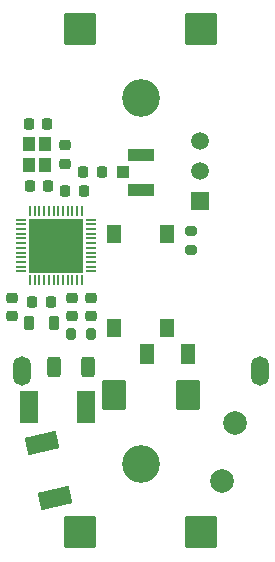
<source format=gbr>
G04 #@! TF.GenerationSoftware,KiCad,Pcbnew,(6.0.2)*
G04 #@! TF.CreationDate,2022-02-18T16:46:10+01:00*
G04 #@! TF.ProjectId,nordic-switch,6e6f7264-6963-42d7-9377-697463682e6b,1.1*
G04 #@! TF.SameCoordinates,Original*
G04 #@! TF.FileFunction,Soldermask,Top*
G04 #@! TF.FilePolarity,Negative*
%FSLAX46Y46*%
G04 Gerber Fmt 4.6, Leading zero omitted, Abs format (unit mm)*
G04 Created by KiCad (PCBNEW (6.0.2)) date 2022-02-18 16:46:10*
%MOMM*%
%LPD*%
G01*
G04 APERTURE LIST*
G04 Aperture macros list*
%AMRoundRect*
0 Rectangle with rounded corners*
0 $1 Rounding radius*
0 $2 $3 $4 $5 $6 $7 $8 $9 X,Y pos of 4 corners*
0 Add a 4 corners polygon primitive as box body*
4,1,4,$2,$3,$4,$5,$6,$7,$8,$9,$2,$3,0*
0 Add four circle primitives for the rounded corners*
1,1,$1+$1,$2,$3*
1,1,$1+$1,$4,$5*
1,1,$1+$1,$6,$7*
1,1,$1+$1,$8,$9*
0 Add four rect primitives between the rounded corners*
20,1,$1+$1,$2,$3,$4,$5,0*
20,1,$1+$1,$4,$5,$6,$7,0*
20,1,$1+$1,$6,$7,$8,$9,0*
20,1,$1+$1,$8,$9,$2,$3,0*%
%AMRotRect*
0 Rectangle, with rotation*
0 The origin of the aperture is its center*
0 $1 length*
0 $2 width*
0 $3 Rotation angle, in degrees counterclockwise*
0 Add horizontal line*
21,1,$1,$2,0,0,$3*%
G04 Aperture macros list end*
%ADD10RoundRect,0.250000X-1.125000X-1.125000X1.125000X-1.125000X1.125000X1.125000X-1.125000X1.125000X0*%
%ADD11R,1.300000X1.550000*%
%ADD12RoundRect,0.225000X-0.250000X0.225000X-0.250000X-0.225000X0.250000X-0.225000X0.250000X0.225000X0*%
%ADD13RoundRect,0.225000X-0.225000X-0.250000X0.225000X-0.250000X0.225000X0.250000X-0.225000X0.250000X0*%
%ADD14RoundRect,0.225000X0.225000X0.250000X-0.225000X0.250000X-0.225000X-0.250000X0.225000X-0.250000X0*%
%ADD15RoundRect,0.218750X0.218750X0.256250X-0.218750X0.256250X-0.218750X-0.256250X0.218750X-0.256250X0*%
%ADD16RoundRect,0.050000X0.050000X-0.350000X0.050000X0.350000X-0.050000X0.350000X-0.050000X-0.350000X0*%
%ADD17RoundRect,0.050000X0.350000X-0.050000X0.350000X0.050000X-0.350000X0.050000X-0.350000X-0.050000X0*%
%ADD18R,4.600000X4.600000*%
%ADD19R,1.000000X1.150000*%
%ADD20RoundRect,0.250000X0.787500X1.025000X-0.787500X1.025000X-0.787500X-1.025000X0.787500X-1.025000X0*%
%ADD21R,1.300000X1.700000*%
%ADD22RotRect,1.500000X2.700000X103.000000*%
%ADD23R,1.500000X2.700000*%
%ADD24RoundRect,0.250000X0.312500X0.625000X-0.312500X0.625000X-0.312500X-0.625000X0.312500X-0.625000X0*%
%ADD25RoundRect,0.200000X-0.275000X0.200000X-0.275000X-0.200000X0.275000X-0.200000X0.275000X0.200000X0*%
%ADD26R,1.500000X1.500000*%
%ADD27C,1.500000*%
%ADD28RoundRect,0.200000X0.200000X0.275000X-0.200000X0.275000X-0.200000X-0.275000X0.200000X-0.275000X0*%
%ADD29R,1.050000X1.000000*%
%ADD30R,2.200000X1.050000*%
%ADD31C,3.200000*%
%ADD32RoundRect,0.218750X-0.218750X-0.256250X0.218750X-0.256250X0.218750X0.256250X-0.218750X0.256250X0*%
%ADD33RoundRect,0.218750X-0.218750X-0.381250X0.218750X-0.381250X0.218750X0.381250X-0.218750X0.381250X0*%
%ADD34O,1.500000X2.500000*%
%ADD35C,2.000000*%
G04 APERTURE END LIST*
D10*
X149500000Y-78400000D03*
X139300000Y-121000000D03*
X149500000Y-121000000D03*
X139300000Y-78400000D03*
D11*
X146650000Y-103680000D03*
X146650000Y-95720000D03*
X142150000Y-103680000D03*
X142150000Y-95720000D03*
D12*
X133533857Y-101125316D03*
X133533857Y-102675316D03*
D13*
X135046357Y-91712816D03*
X136596357Y-91712816D03*
D12*
X138600000Y-101125000D03*
X138600000Y-102675000D03*
X140200000Y-101125000D03*
X140200000Y-102675000D03*
X138033857Y-88225316D03*
X138033857Y-89775316D03*
D14*
X136496357Y-86412816D03*
X134946357Y-86412816D03*
D15*
X136808857Y-101512816D03*
X135233857Y-101512816D03*
D16*
X135033857Y-99662816D03*
X135433857Y-99662816D03*
X135833857Y-99662816D03*
X136233857Y-99662816D03*
X136633857Y-99662816D03*
X137033857Y-99662816D03*
X137433857Y-99662816D03*
X137833857Y-99662816D03*
X138233857Y-99662816D03*
X138633857Y-99662816D03*
X139033857Y-99662816D03*
X139433857Y-99662816D03*
D17*
X140183857Y-98912816D03*
X140183857Y-98512816D03*
X140183857Y-98112816D03*
X140183857Y-97712816D03*
X140183857Y-97312816D03*
X140183857Y-96912816D03*
X140183857Y-96512816D03*
X140183857Y-96112816D03*
X140183857Y-95712816D03*
X140183857Y-95312816D03*
X140183857Y-94912816D03*
X140183857Y-94512816D03*
D16*
X139433857Y-93762816D03*
X139033857Y-93762816D03*
X138633857Y-93762816D03*
X138233857Y-93762816D03*
X137833857Y-93762816D03*
X137433857Y-93762816D03*
X137033857Y-93762816D03*
X136633857Y-93762816D03*
X136233857Y-93762816D03*
X135833857Y-93762816D03*
X135433857Y-93762816D03*
X135033857Y-93762816D03*
D17*
X134283857Y-94512816D03*
X134283857Y-94912816D03*
X134283857Y-95312816D03*
X134283857Y-95712816D03*
X134283857Y-96112816D03*
X134283857Y-96512816D03*
X134283857Y-96912816D03*
X134283857Y-97312816D03*
X134283857Y-97712816D03*
X134283857Y-98112816D03*
X134283857Y-98512816D03*
X134283857Y-98912816D03*
D18*
X137233857Y-96712816D03*
D19*
X136333857Y-89862816D03*
X136333857Y-88112816D03*
X134933857Y-88112816D03*
X134933857Y-89862816D03*
D20*
X148412500Y-109400000D03*
X142187500Y-109400000D03*
D21*
X148450000Y-105900000D03*
X144950000Y-105900000D03*
D22*
X137179766Y-118076976D03*
X136100000Y-113400000D03*
D23*
X135000000Y-110400000D03*
X139800000Y-110400000D03*
D24*
X139972500Y-106970000D03*
X137047500Y-106970000D03*
D25*
X148700000Y-95475000D03*
X148700000Y-97125000D03*
D26*
X149460000Y-92940000D03*
D27*
X149460000Y-90400000D03*
X149460000Y-87860000D03*
D28*
X140200000Y-104200000D03*
X138550000Y-104200000D03*
D29*
X142908857Y-90507816D03*
D30*
X144433857Y-91982816D03*
X144433857Y-89032816D03*
D31*
X144400000Y-84250000D03*
X144400000Y-115250000D03*
D14*
X139596357Y-92112816D03*
X138046357Y-92112816D03*
D32*
X139533857Y-90512816D03*
X141108857Y-90512816D03*
D33*
X134975000Y-103312816D03*
X137100000Y-103312816D03*
D34*
X154500000Y-107300000D03*
X134400000Y-107300000D03*
D35*
X152405141Y-111740509D03*
X151272133Y-116692558D03*
M02*

</source>
